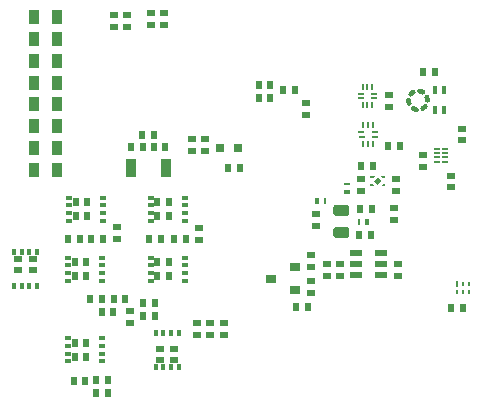
<source format=gbp>
G04 #@! TF.GenerationSoftware,KiCad,Pcbnew,5.0.2-bee76a0~70~ubuntu18.04.1*
G04 #@! TF.CreationDate,2018-12-08T03:17:05+01:00*
G04 #@! TF.ProjectId,Roboy_motorboard,526f626f-795f-46d6-9f74-6f72626f6172,rev?*
G04 #@! TF.SameCoordinates,Original*
G04 #@! TF.FileFunction,Paste,Bot*
G04 #@! TF.FilePolarity,Positive*
%FSLAX46Y46*%
G04 Gerber Fmt 4.6, Leading zero omitted, Abs format (unit mm)*
G04 Created by KiCad (PCBNEW 5.0.2-bee76a0~70~ubuntu18.04.1) date Sat 08 Dec 2018 03:17:05 CET*
%MOMM*%
%LPD*%
G01*
G04 APERTURE LIST*
%ADD10C,0.450000*%
%ADD11R,0.688000X0.520000*%
%ADD12R,0.450000X0.580000*%
%ADD13R,0.850000X0.750000*%
%ADD14R,0.850000X1.650000*%
%ADD15R,0.750000X0.700000*%
%ADD16R,0.950000X1.200000*%
%ADD17R,0.580000X0.450000*%
%ADD18R,0.520000X0.688000*%
%ADD19R,0.613000X0.175000*%
%ADD20R,0.175000X0.513000*%
%ADD21R,0.513000X0.175000*%
%ADD22R,0.480000X0.150000*%
%ADD23R,0.550000X0.650000*%
%ADD24R,0.650000X0.550000*%
%ADD25R,0.300000X0.550000*%
%ADD26R,0.250000X0.500000*%
%ADD27C,0.150000*%
%ADD28C,0.100000*%
%ADD29C,0.430000*%
%ADD30R,0.400000X0.700000*%
%ADD31R,1.010000X0.600000*%
%ADD32C,0.925000*%
%ADD33R,0.550000X0.300000*%
%ADD34R,0.500000X0.250000*%
%ADD35R,0.250000X0.440000*%
%ADD36R,0.250000X0.480000*%
G04 APERTURE END LIST*
D10*
G04 #@! TO.C,U8*
X131896453Y-88634674D02*
G75*
G02X131945000Y-88910000I-756453J-275326D01*
G01*
X131756666Y-89427444D02*
G75*
G02X131542500Y-89607150I-616666J517444D01*
G01*
X131000213Y-89702770D02*
G75*
G02X130737500Y-89607150I139787J792770D01*
G01*
X130383547Y-89185326D02*
G75*
G02X130335000Y-88910000I756453J275326D01*
G01*
X130523334Y-88392556D02*
G75*
G02X130737500Y-88212850I616666J-517444D01*
G01*
X131279787Y-88117230D02*
G75*
G02X131542500Y-88212850I-139787J-792770D01*
G01*
G04 #@! TD*
D11*
G04 #@! TO.C,Q7*
X98527000Y-103277500D03*
X97307000Y-103277500D03*
X98527000Y-102327500D03*
X97307000Y-102327500D03*
D12*
X98887000Y-101747500D03*
X98247000Y-101747500D03*
X97587000Y-101747500D03*
X96947000Y-101747500D03*
X96947000Y-104627500D03*
X97587000Y-104627500D03*
X98247000Y-104627500D03*
X98887000Y-104627500D03*
G04 #@! TD*
D13*
G04 #@! TO.C,Q8*
X120700000Y-103050000D03*
X120700000Y-104950000D03*
X118700000Y-104000000D03*
G04 #@! TD*
D14*
G04 #@! TO.C,R15*
X109781200Y-94664000D03*
X106881200Y-94664000D03*
G04 #@! TD*
D15*
G04 #@! TO.C,C6*
X114400000Y-92975000D03*
X115900000Y-92975000D03*
G04 #@! TD*
D16*
G04 #@! TO.C,C25*
X98599750Y-81883250D03*
X100599750Y-81883250D03*
G04 #@! TD*
G04 #@! TO.C,C26*
X98599750Y-83724750D03*
X100599750Y-83724750D03*
G04 #@! TD*
G04 #@! TO.C,C27*
X98599750Y-91090750D03*
X100599750Y-91090750D03*
G04 #@! TD*
G04 #@! TO.C,C28*
X98599750Y-87407750D03*
X100599750Y-87407750D03*
G04 #@! TD*
G04 #@! TO.C,C29*
X98599750Y-89249250D03*
X100599750Y-89249250D03*
G04 #@! TD*
G04 #@! TO.C,C30*
X98599750Y-94773750D03*
X100599750Y-94773750D03*
G04 #@! TD*
G04 #@! TO.C,C31*
X98599750Y-85566250D03*
X100599750Y-85566250D03*
G04 #@! TD*
G04 #@! TO.C,C32*
X98599750Y-92932250D03*
X100599750Y-92932250D03*
G04 #@! TD*
D17*
G04 #@! TO.C,Q1*
X104463250Y-97145250D03*
X104463250Y-97785250D03*
X104463250Y-98445250D03*
X104463250Y-99085250D03*
X101583250Y-99085250D03*
X101583250Y-98445250D03*
X101583250Y-97785250D03*
X101583250Y-97145250D03*
D18*
X102163250Y-98725250D03*
X102163250Y-97505250D03*
X103113250Y-98725250D03*
X103113250Y-97505250D03*
G04 #@! TD*
D17*
G04 #@! TO.C,Q2*
X111384750Y-97145250D03*
X111384750Y-97785250D03*
X111384750Y-98445250D03*
X111384750Y-99085250D03*
X108504750Y-99085250D03*
X108504750Y-98445250D03*
X108504750Y-97785250D03*
X108504750Y-97145250D03*
D18*
X109084750Y-98725250D03*
X109084750Y-97505250D03*
X110034750Y-98725250D03*
X110034750Y-97505250D03*
G04 #@! TD*
D17*
G04 #@! TO.C,Q3*
X104399750Y-102225250D03*
X104399750Y-102865250D03*
X104399750Y-103525250D03*
X104399750Y-104165250D03*
X101519750Y-104165250D03*
X101519750Y-103525250D03*
X101519750Y-102865250D03*
X101519750Y-102225250D03*
D18*
X102099750Y-103805250D03*
X102099750Y-102585250D03*
X103049750Y-103805250D03*
X103049750Y-102585250D03*
G04 #@! TD*
D17*
G04 #@! TO.C,Q4*
X111384750Y-102225250D03*
X111384750Y-102865250D03*
X111384750Y-103525250D03*
X111384750Y-104165250D03*
X108504750Y-104165250D03*
X108504750Y-103525250D03*
X108504750Y-102865250D03*
X108504750Y-102225250D03*
D18*
X109084750Y-103805250D03*
X109084750Y-102585250D03*
X110034750Y-103805250D03*
X110034750Y-102585250D03*
G04 #@! TD*
D17*
G04 #@! TO.C,Q5*
X104387050Y-109070550D03*
X104387050Y-109710550D03*
X104387050Y-110370550D03*
X104387050Y-111010550D03*
X101507050Y-111010550D03*
X101507050Y-110370550D03*
X101507050Y-109710550D03*
X101507050Y-109070550D03*
D18*
X102087050Y-110650550D03*
X102087050Y-109430550D03*
X103037050Y-110650550D03*
X103037050Y-109430550D03*
G04 #@! TD*
D12*
G04 #@! TO.C,Q6*
X108935800Y-108592800D03*
X109575800Y-108592800D03*
X110235800Y-108592800D03*
X110875800Y-108592800D03*
X110875800Y-111472800D03*
X110235800Y-111472800D03*
X109575800Y-111472800D03*
X108935800Y-111472800D03*
D11*
X110515800Y-110892800D03*
X109295800Y-110892800D03*
X110515800Y-109942800D03*
X109295800Y-109942800D03*
G04 #@! TD*
D19*
G04 #@! TO.C,U3*
X126331500Y-88750000D03*
D20*
X126450000Y-89318500D03*
X126850000Y-89318500D03*
X127250000Y-89318500D03*
D21*
X127418500Y-88750000D03*
X127418500Y-88350000D03*
D20*
X127250000Y-87781500D03*
X126850000Y-87781500D03*
X126450000Y-87781500D03*
D21*
X126281500Y-88350000D03*
G04 #@! TD*
D19*
G04 #@! TO.C,U4*
X126381500Y-92000000D03*
D20*
X126500000Y-92568500D03*
X126900000Y-92568500D03*
X127300000Y-92568500D03*
D21*
X127468500Y-92000000D03*
X127468500Y-91600000D03*
D20*
X127300000Y-91031500D03*
X126900000Y-91031500D03*
X126500000Y-91031500D03*
D21*
X126331500Y-91600000D03*
G04 #@! TD*
D22*
G04 #@! TO.C,U6*
X132740000Y-94100000D03*
X132740000Y-93750000D03*
X132740000Y-93400000D03*
X132740000Y-93050000D03*
X133410000Y-93050000D03*
X133410000Y-93400000D03*
X133410000Y-93750000D03*
X133410000Y-94100000D03*
G04 #@! TD*
D23*
G04 #@! TO.C,C7*
X115050000Y-94600000D03*
X116050000Y-94600000D03*
G04 #@! TD*
G04 #@! TO.C,C11*
X118650000Y-87650000D03*
X117650000Y-87650000D03*
G04 #@! TD*
G04 #@! TO.C,C12*
X127300000Y-94500000D03*
X126300000Y-94500000D03*
G04 #@! TD*
G04 #@! TO.C,C13*
X104449500Y-100647500D03*
X103449500Y-100647500D03*
G04 #@! TD*
G04 #@! TO.C,C14*
X110460750Y-100655250D03*
X111460750Y-100655250D03*
G04 #@! TD*
G04 #@! TO.C,C15*
X106370000Y-105730000D03*
X105370000Y-105730000D03*
G04 #@! TD*
G04 #@! TO.C,C16*
X107835500Y-106050000D03*
X108835500Y-106050000D03*
G04 #@! TD*
G04 #@! TO.C,C17*
X107800000Y-91850000D03*
X108800000Y-91850000D03*
G04 #@! TD*
G04 #@! TO.C,C18*
X104894000Y-112585500D03*
X103894000Y-112585500D03*
G04 #@! TD*
D24*
G04 #@! TO.C,C19*
X112400000Y-107750000D03*
X112400000Y-108750000D03*
G04 #@! TD*
G04 #@! TO.C,C22*
X122050000Y-104200000D03*
X122050000Y-105200000D03*
G04 #@! TD*
G04 #@! TO.C,C35*
X126350000Y-95600000D03*
X126350000Y-96600000D03*
G04 #@! TD*
G04 #@! TO.C,C36*
X129270000Y-96600000D03*
X129270000Y-95600000D03*
G04 #@! TD*
D23*
G04 #@! TO.C,C37*
X132600000Y-86550000D03*
X131600000Y-86550000D03*
G04 #@! TD*
D24*
G04 #@! TO.C,C38*
X131600000Y-94575000D03*
X131600000Y-93575000D03*
G04 #@! TD*
G04 #@! TO.C,C39*
X133950000Y-95275000D03*
X133950000Y-96275000D03*
G04 #@! TD*
G04 #@! TO.C,C40*
X123400000Y-102750000D03*
X123400000Y-103750000D03*
G04 #@! TD*
D23*
G04 #@! TO.C,C41*
X127250000Y-98150000D03*
X126250000Y-98150000D03*
G04 #@! TD*
G04 #@! TO.C,C42*
X127150000Y-100300000D03*
X126150000Y-100300000D03*
G04 #@! TD*
D25*
G04 #@! TO.C,D7*
X126825000Y-99250000D03*
D26*
X126175000Y-99250000D03*
G04 #@! TD*
D24*
G04 #@! TO.C,R2*
X113100000Y-92200000D03*
X113100000Y-93200000D03*
G04 #@! TD*
G04 #@! TO.C,R3*
X112000000Y-92200000D03*
X112000000Y-93200000D03*
G04 #@! TD*
D23*
G04 #@! TO.C,R4*
X117650000Y-88700000D03*
X118650000Y-88700000D03*
G04 #@! TD*
G04 #@! TO.C,R5*
X101544500Y-100647500D03*
X102544500Y-100647500D03*
G04 #@! TD*
G04 #@! TO.C,R6*
X109365250Y-100655250D03*
X108365250Y-100655250D03*
G04 #@! TD*
D24*
G04 #@! TO.C,R7*
X105664000Y-99639500D03*
X105664000Y-100639500D03*
G04 #@! TD*
G04 #@! TO.C,R8*
X112600000Y-100700000D03*
X112600000Y-99700000D03*
G04 #@! TD*
D23*
G04 #@! TO.C,R9*
X103410000Y-105730000D03*
X104410000Y-105730000D03*
G04 #@! TD*
D24*
G04 #@! TO.C,R10*
X106770000Y-106750000D03*
X106770000Y-107750000D03*
G04 #@! TD*
D23*
G04 #@! TO.C,R11*
X105350000Y-106800000D03*
X104350000Y-106800000D03*
G04 #@! TD*
G04 #@! TO.C,R12*
X108835500Y-107200000D03*
X107835500Y-107200000D03*
G04 #@! TD*
G04 #@! TO.C,R13*
X108750000Y-92900000D03*
X109750000Y-92900000D03*
G04 #@! TD*
G04 #@! TO.C,R14*
X106850000Y-92900000D03*
X107850000Y-92900000D03*
G04 #@! TD*
G04 #@! TO.C,R16*
X101989000Y-112649000D03*
X102989000Y-112649000D03*
G04 #@! TD*
D24*
G04 #@! TO.C,R17*
X114750000Y-107750000D03*
X114750000Y-108750000D03*
G04 #@! TD*
D23*
G04 #@! TO.C,R18*
X103894000Y-113728500D03*
X104894000Y-113728500D03*
G04 #@! TD*
D24*
G04 #@! TO.C,R19*
X113550000Y-108750000D03*
X113550000Y-107750000D03*
G04 #@! TD*
D23*
G04 #@! TO.C,R20*
X121800000Y-106400000D03*
X120800000Y-106400000D03*
G04 #@! TD*
D24*
G04 #@! TO.C,R21*
X122050000Y-102000000D03*
X122050000Y-103000000D03*
G04 #@! TD*
G04 #@! TO.C,R22*
X128650000Y-88450000D03*
X128650000Y-89450000D03*
G04 #@! TD*
D23*
G04 #@! TO.C,R23*
X128600000Y-92800000D03*
X129600000Y-92800000D03*
G04 #@! TD*
D24*
G04 #@! TO.C,R24*
X121650000Y-90150000D03*
X121650000Y-89150000D03*
G04 #@! TD*
D23*
G04 #@! TO.C,R25*
X119700000Y-88000000D03*
X120700000Y-88000000D03*
G04 #@! TD*
D24*
G04 #@! TO.C,R27*
X106500000Y-81700000D03*
X106500000Y-82700000D03*
G04 #@! TD*
G04 #@! TO.C,R28*
X108500000Y-81500000D03*
X108500000Y-82500000D03*
G04 #@! TD*
G04 #@! TO.C,R29*
X129450000Y-102750000D03*
X129450000Y-103750000D03*
G04 #@! TD*
G04 #@! TO.C,R31*
X129100000Y-99000000D03*
X129100000Y-98000000D03*
G04 #@! TD*
G04 #@! TO.C,R32*
X134900000Y-91300000D03*
X134900000Y-92300000D03*
G04 #@! TD*
D27*
G04 #@! TO.C,U7*
X127190000Y-95390000D03*
D28*
G36*
X127299644Y-95515000D02*
X127115000Y-95515000D01*
X127115000Y-95315000D01*
X127465000Y-95315000D01*
X127465000Y-95349644D01*
X127299644Y-95515000D01*
X127299644Y-95515000D01*
G37*
D29*
X127740000Y-95740000D03*
D28*
G36*
X127435944Y-95740000D02*
X127740000Y-95435944D01*
X128044056Y-95740000D01*
X127740000Y-96044056D01*
X127435944Y-95740000D01*
X127435944Y-95740000D01*
G37*
D27*
X128290000Y-96090000D03*
D28*
G36*
X128180356Y-95965000D02*
X128365000Y-95965000D01*
X128365000Y-96165000D01*
X128015000Y-96165000D01*
X128015000Y-96130356D01*
X128180356Y-95965000D01*
X128180356Y-95965000D01*
G37*
D27*
X127190000Y-96090000D03*
D28*
G36*
X127115000Y-96165000D02*
X127115000Y-95965000D01*
X127299644Y-95965000D01*
X127465000Y-96130356D01*
X127465000Y-96165000D01*
X127115000Y-96165000D01*
X127115000Y-96165000D01*
G37*
D27*
X128290000Y-95390000D03*
D28*
G36*
X128365000Y-95315000D02*
X128365000Y-95515000D01*
X128180356Y-95515000D01*
X127980356Y-95315000D01*
X128365000Y-95315000D01*
X128365000Y-95315000D01*
G37*
G04 #@! TD*
D30*
G04 #@! TO.C,U8*
X133320000Y-88060000D03*
X133320000Y-89760000D03*
X132620000Y-89760000D03*
X132620000Y-88060000D03*
G04 #@! TD*
D31*
G04 #@! TO.C,U9*
X128050000Y-101800000D03*
X128050000Y-102750000D03*
X128050000Y-103700000D03*
X125850000Y-103700000D03*
X125850000Y-101800000D03*
X125850000Y-102750000D03*
G04 #@! TD*
D28*
G04 #@! TO.C,L2*
G36*
X125116416Y-99626114D02*
X125138865Y-99629443D01*
X125160878Y-99634958D01*
X125182246Y-99642603D01*
X125202760Y-99652306D01*
X125222226Y-99663973D01*
X125240453Y-99677491D01*
X125257268Y-99692732D01*
X125272509Y-99709547D01*
X125286027Y-99727774D01*
X125297694Y-99747240D01*
X125307397Y-99767754D01*
X125315042Y-99789122D01*
X125320557Y-99811135D01*
X125323886Y-99833584D01*
X125325000Y-99856250D01*
X125325000Y-100318750D01*
X125323886Y-100341416D01*
X125320557Y-100363865D01*
X125315042Y-100385878D01*
X125307397Y-100407246D01*
X125297694Y-100427760D01*
X125286027Y-100447226D01*
X125272509Y-100465453D01*
X125257268Y-100482268D01*
X125240453Y-100497509D01*
X125222226Y-100511027D01*
X125202760Y-100522694D01*
X125182246Y-100532397D01*
X125160878Y-100540042D01*
X125138865Y-100545557D01*
X125116416Y-100548886D01*
X125093750Y-100550000D01*
X124206250Y-100550000D01*
X124183584Y-100548886D01*
X124161135Y-100545557D01*
X124139122Y-100540042D01*
X124117754Y-100532397D01*
X124097240Y-100522694D01*
X124077774Y-100511027D01*
X124059547Y-100497509D01*
X124042732Y-100482268D01*
X124027491Y-100465453D01*
X124013973Y-100447226D01*
X124002306Y-100427760D01*
X123992603Y-100407246D01*
X123984958Y-100385878D01*
X123979443Y-100363865D01*
X123976114Y-100341416D01*
X123975000Y-100318750D01*
X123975000Y-99856250D01*
X123976114Y-99833584D01*
X123979443Y-99811135D01*
X123984958Y-99789122D01*
X123992603Y-99767754D01*
X124002306Y-99747240D01*
X124013973Y-99727774D01*
X124027491Y-99709547D01*
X124042732Y-99692732D01*
X124059547Y-99677491D01*
X124077774Y-99663973D01*
X124097240Y-99652306D01*
X124117754Y-99642603D01*
X124139122Y-99634958D01*
X124161135Y-99629443D01*
X124183584Y-99626114D01*
X124206250Y-99625000D01*
X125093750Y-99625000D01*
X125116416Y-99626114D01*
X125116416Y-99626114D01*
G37*
D32*
X124650000Y-100087500D03*
D28*
G36*
X125116416Y-97751114D02*
X125138865Y-97754443D01*
X125160878Y-97759958D01*
X125182246Y-97767603D01*
X125202760Y-97777306D01*
X125222226Y-97788973D01*
X125240453Y-97802491D01*
X125257268Y-97817732D01*
X125272509Y-97834547D01*
X125286027Y-97852774D01*
X125297694Y-97872240D01*
X125307397Y-97892754D01*
X125315042Y-97914122D01*
X125320557Y-97936135D01*
X125323886Y-97958584D01*
X125325000Y-97981250D01*
X125325000Y-98443750D01*
X125323886Y-98466416D01*
X125320557Y-98488865D01*
X125315042Y-98510878D01*
X125307397Y-98532246D01*
X125297694Y-98552760D01*
X125286027Y-98572226D01*
X125272509Y-98590453D01*
X125257268Y-98607268D01*
X125240453Y-98622509D01*
X125222226Y-98636027D01*
X125202760Y-98647694D01*
X125182246Y-98657397D01*
X125160878Y-98665042D01*
X125138865Y-98670557D01*
X125116416Y-98673886D01*
X125093750Y-98675000D01*
X124206250Y-98675000D01*
X124183584Y-98673886D01*
X124161135Y-98670557D01*
X124139122Y-98665042D01*
X124117754Y-98657397D01*
X124097240Y-98647694D01*
X124077774Y-98636027D01*
X124059547Y-98622509D01*
X124042732Y-98607268D01*
X124027491Y-98590453D01*
X124013973Y-98572226D01*
X124002306Y-98552760D01*
X123992603Y-98532246D01*
X123984958Y-98510878D01*
X123979443Y-98488865D01*
X123976114Y-98466416D01*
X123975000Y-98443750D01*
X123975000Y-97981250D01*
X123976114Y-97958584D01*
X123979443Y-97936135D01*
X123984958Y-97914122D01*
X123992603Y-97892754D01*
X124002306Y-97872240D01*
X124013973Y-97852774D01*
X124027491Y-97834547D01*
X124042732Y-97817732D01*
X124059547Y-97802491D01*
X124077774Y-97788973D01*
X124097240Y-97777306D01*
X124117754Y-97767603D01*
X124139122Y-97759958D01*
X124161135Y-97754443D01*
X124183584Y-97751114D01*
X124206250Y-97750000D01*
X125093750Y-97750000D01*
X125116416Y-97751114D01*
X125116416Y-97751114D01*
G37*
D32*
X124650000Y-98212500D03*
G04 #@! TD*
D26*
G04 #@! TO.C,D8*
X123225000Y-97450000D03*
D25*
X122575000Y-97450000D03*
G04 #@! TD*
D33*
G04 #@! TO.C,D9*
X125100000Y-96675000D03*
D34*
X125100000Y-96025000D03*
G04 #@! TD*
D24*
G04 #@! TO.C,R30*
X124500000Y-103750000D03*
X124500000Y-102750000D03*
G04 #@! TD*
G04 #@! TO.C,R33*
X122500000Y-99550000D03*
X122500000Y-98550000D03*
G04 #@! TD*
D23*
G04 #@! TO.C,C43*
X134930000Y-106460000D03*
X133930000Y-106460000D03*
G04 #@! TD*
D35*
G04 #@! TO.C,U2*
X135450000Y-105175000D03*
X134950000Y-105175000D03*
X134450000Y-105175000D03*
X135450000Y-104425000D03*
X134950000Y-104425000D03*
D36*
X134450000Y-104445000D03*
G04 #@! TD*
D24*
G04 #@! TO.C,R34*
X105400000Y-81700000D03*
X105400000Y-82700000D03*
G04 #@! TD*
G04 #@! TO.C,R35*
X109600000Y-82500000D03*
X109600000Y-81500000D03*
G04 #@! TD*
M02*

</source>
